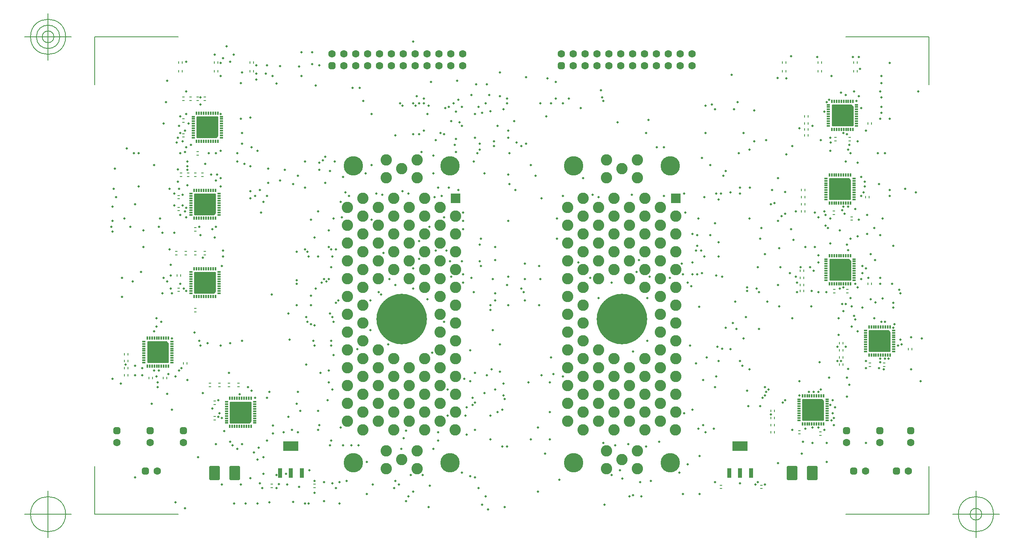
<source format=gbr>
G04 Generated by Ultiboard 14.2 *
%FSLAX24Y24*%
%MOIN*%

%ADD10C,0.0001*%
%ADD11C,0.0098*%
%ADD12C,0.0001*%
%ADD13C,0.0050*%
%ADD14R,0.0098X0.0197*%
%ADD15R,0.0197X0.0098*%
%ADD16R,0.0118X0.0315*%
%ADD17R,0.0315X0.0118*%
%ADD18R,0.0667X0.0967*%
%ADD19C,0.0233*%
%ADD20C,0.1630*%
%ADD21C,0.4252*%
%ADD22C,0.0953*%
%ADD23R,0.0833X0.0833*%
%ADD24C,0.0633*%
%ADD25R,0.0208X0.0208*%
%ADD26C,0.0392*%
%ADD27C,0.0197*%
%ADD28R,0.0374X0.0846*%
%ADD29R,0.1280X0.0846*%


G04 ColorRGB 9900CC for the following layer *
%LNSolder Mask Bottom*%
%LPD*%
G54D10*
G54D11*
G36*
X66793Y15218D02*
X66793Y15218D01*
X66654Y15357D01*
X65061Y15357D01*
X65061Y13625D01*
X66793Y13625D01*
X66793Y15218D01*
D02*
G37*
X66654Y15357D01*
X65061Y15357D01*
X65061Y13625D01*
X66793Y13625D01*
X66793Y15218D01*
G36*
X63468Y21224D02*
X63468Y21224D01*
X63328Y21363D01*
X61735Y21363D01*
X61735Y19631D01*
X63468Y19631D01*
X63468Y21224D01*
D02*
G37*
X63328Y21363D01*
X61735Y21363D01*
X61735Y19631D01*
X63468Y19631D01*
X63468Y21224D01*
G36*
X6066Y14280D02*
X6066Y14280D01*
X5927Y14419D01*
X4334Y14419D01*
X4334Y12687D01*
X6066Y12687D01*
X6066Y14280D01*
D02*
G37*
X5927Y14419D01*
X4334Y14419D01*
X4334Y12687D01*
X6066Y12687D01*
X6066Y14280D01*
G36*
X10080Y31631D02*
X10080Y31631D01*
X10219Y31770D01*
X10219Y33363D01*
X8487Y33363D01*
X8487Y31631D01*
X10080Y31631D01*
D02*
G37*
X10219Y31770D01*
X10219Y33363D01*
X8487Y33363D01*
X8487Y31631D01*
X10080Y31631D01*
G36*
X63672Y34224D02*
X63672Y34224D01*
X63533Y34363D01*
X61940Y34363D01*
X61940Y32631D01*
X63672Y32631D01*
X63672Y34224D01*
D02*
G37*
X63533Y34363D01*
X61940Y34363D01*
X61940Y32631D01*
X63672Y32631D01*
X63672Y34224D01*
G36*
X12880Y7607D02*
X12880Y7607D01*
X13019Y7746D01*
X13019Y9339D01*
X11287Y9339D01*
X11287Y7607D01*
X12880Y7607D01*
D02*
G37*
X13019Y7746D01*
X13019Y9339D01*
X11287Y9339D01*
X11287Y7607D01*
X12880Y7607D01*
G36*
X9880Y25134D02*
X9880Y25134D01*
X10019Y25273D01*
X10019Y26866D01*
X8287Y26866D01*
X8287Y25134D01*
X9880Y25134D01*
D02*
G37*
X10019Y25273D01*
X10019Y26866D01*
X8287Y26866D01*
X8287Y25134D01*
X9880Y25134D01*
G36*
X63462Y28018D02*
X63462Y28018D01*
X63322Y28157D01*
X61729Y28157D01*
X61729Y26425D01*
X63462Y26425D01*
X63462Y28018D01*
D02*
G37*
X63322Y28157D01*
X61729Y28157D01*
X61729Y26425D01*
X63462Y26425D01*
X63462Y28018D01*
G36*
X61193Y9424D02*
X61193Y9424D01*
X61054Y9563D01*
X59461Y9563D01*
X59461Y7831D01*
X61193Y7831D01*
X61193Y9424D01*
D02*
G37*
X61054Y9563D01*
X59461Y9563D01*
X59461Y7831D01*
X61193Y7831D01*
X61193Y9424D01*
G36*
X9880Y18534D02*
X9880Y18534D01*
X10019Y18673D01*
X10019Y20266D01*
X8287Y20266D01*
X8287Y18534D01*
X9880Y18534D01*
D02*
G37*
X10019Y18673D01*
X10019Y20266D01*
X8287Y20266D01*
X8287Y18534D01*
X9880Y18534D01*
G54D12*
G36*
X66793Y15218D01*
X66654Y15357D01*
X65061Y15357D01*
X65061Y13625D01*
X66793Y13625D01*
X66793Y15218D01*
D02*
G37*
X66654Y15357D01*
X65061Y15357D01*
X65061Y13625D01*
X66793Y13625D01*
X66793Y15218D01*
G36*
X63468Y21224D01*
X63328Y21363D01*
X61735Y21363D01*
X61735Y19631D01*
X63468Y19631D01*
X63468Y21224D01*
D02*
G37*
X63328Y21363D01*
X61735Y21363D01*
X61735Y19631D01*
X63468Y19631D01*
X63468Y21224D01*
G36*
X6066Y14280D01*
X5927Y14419D01*
X4334Y14419D01*
X4334Y12687D01*
X6066Y12687D01*
X6066Y14280D01*
D02*
G37*
X5927Y14419D01*
X4334Y14419D01*
X4334Y12687D01*
X6066Y12687D01*
X6066Y14280D01*
G36*
X10080Y31631D01*
X10219Y31770D01*
X10219Y33363D01*
X8487Y33363D01*
X8487Y31631D01*
X10080Y31631D01*
D02*
G37*
X10219Y31770D01*
X10219Y33363D01*
X8487Y33363D01*
X8487Y31631D01*
X10080Y31631D01*
G36*
X63672Y34224D01*
X63533Y34363D01*
X61940Y34363D01*
X61940Y32631D01*
X63672Y32631D01*
X63672Y34224D01*
D02*
G37*
X63533Y34363D01*
X61940Y34363D01*
X61940Y32631D01*
X63672Y32631D01*
X63672Y34224D01*
G36*
X12880Y7607D01*
X13019Y7746D01*
X13019Y9339D01*
X11287Y9339D01*
X11287Y7607D01*
X12880Y7607D01*
D02*
G37*
X13019Y7746D01*
X13019Y9339D01*
X11287Y9339D01*
X11287Y7607D01*
X12880Y7607D01*
G36*
X9880Y25134D01*
X10019Y25273D01*
X10019Y26866D01*
X8287Y26866D01*
X8287Y25134D01*
X9880Y25134D01*
D02*
G37*
X10019Y25273D01*
X10019Y26866D01*
X8287Y26866D01*
X8287Y25134D01*
X9880Y25134D01*
G36*
X63462Y28018D01*
X63322Y28157D01*
X61729Y28157D01*
X61729Y26425D01*
X63462Y26425D01*
X63462Y28018D01*
D02*
G37*
X63322Y28157D01*
X61729Y28157D01*
X61729Y26425D01*
X63462Y26425D01*
X63462Y28018D01*
G36*
X61193Y9424D01*
X61054Y9563D01*
X59461Y9563D01*
X59461Y7831D01*
X61193Y7831D01*
X61193Y9424D01*
D02*
G37*
X61054Y9563D01*
X59461Y9563D01*
X59461Y7831D01*
X61193Y7831D01*
X61193Y9424D01*
G36*
X9880Y18534D01*
X10019Y18673D01*
X10019Y20266D01*
X8287Y20266D01*
X8287Y18534D01*
X9880Y18534D01*
D02*
G37*
X10019Y18673D01*
X10019Y20266D01*
X8287Y20266D01*
X8287Y18534D01*
X9880Y18534D01*
G54D13*
X-100Y-100D02*
X-100Y3920D01*
X-100Y-100D02*
X6920Y-100D01*
X70100Y-100D02*
X63080Y-100D01*
X70100Y-100D02*
X70100Y3920D01*
X70100Y40100D02*
X70100Y36080D01*
X70100Y40100D02*
X63080Y40100D01*
X-100Y40100D02*
X6920Y40100D01*
X-100Y40100D02*
X-100Y36080D01*
X-2069Y-100D02*
X-6006Y-100D01*
X-4037Y-2069D02*
X-4037Y1869D01*
X-5513Y-100D02*
G75*
D01*
G02X-5513Y-100I1476J0*
G01*
X72069Y-100D02*
X76006Y-100D01*
X74037Y-2069D02*
X74037Y1869D01*
X72561Y-100D02*
G75*
D01*
G02X72561Y-100I1476J0*
G01*
X73545Y-100D02*
G75*
D01*
G02X73545Y-100I492J0*
G01*
X-2069Y40100D02*
X-6006Y40100D01*
X-4037Y38131D02*
X-4037Y42069D01*
X-5513Y40100D02*
G75*
D01*
G02X-5513Y40100I1476J0*
G01*
X-5021Y40100D02*
G75*
D01*
G02X-5021Y40100I984J0*
G01*
X-4529Y40100D02*
G75*
D01*
G02X-4529Y40100I492J0*
G01*
G54D14*
X57749Y37198D03*
X58045Y37198D03*
X61045Y37198D03*
X60749Y37198D03*
X64045Y37198D03*
X63749Y37198D03*
X60749Y37948D03*
X61045Y37948D03*
X63749Y37948D03*
X64045Y37948D03*
X57749Y37948D03*
X58045Y37948D03*
X62561Y12497D03*
X62857Y12497D03*
X62857Y13097D03*
X62561Y13097D03*
X62857Y13697D03*
X62561Y13697D03*
X62857Y14297D03*
X62561Y14297D03*
X68355Y13794D03*
X68651Y13794D03*
X6949Y37198D03*
X7245Y37198D03*
X10245Y37198D03*
X9949Y37198D03*
X12949Y37198D03*
X13245Y37198D03*
X6949Y37948D03*
X7245Y37948D03*
X9949Y37948D03*
X10245Y37948D03*
X12949Y37948D03*
X13245Y37948D03*
X59253Y19800D03*
X59548Y19800D03*
X59253Y20400D03*
X59548Y20400D03*
X59253Y19200D03*
X59548Y19200D03*
X65251Y19297D03*
X64955Y19297D03*
X59253Y18697D03*
X59548Y18697D03*
X2379Y13353D03*
X2675Y13353D03*
X2379Y12800D03*
X2675Y12800D03*
X2379Y12200D03*
X2675Y12200D03*
X2379Y11600D03*
X2675Y11600D03*
X4748Y11353D03*
X4452Y11353D03*
X5948Y11353D03*
X5652Y11353D03*
X7651Y12600D03*
X7355Y12600D03*
X65251Y32800D03*
X64955Y32800D03*
X59631Y33400D03*
X59927Y33400D03*
X59631Y32297D03*
X59927Y32297D03*
X59631Y32800D03*
X59927Y32800D03*
X59631Y31800D03*
X59927Y31800D03*
X59355Y25400D03*
X59651Y25400D03*
X59355Y26000D03*
X59651Y26000D03*
X64755Y26600D03*
X65051Y26600D03*
X59355Y26600D03*
X59651Y26600D03*
X59355Y27200D03*
X59651Y27200D03*
X56779Y8600D03*
X57075Y8600D03*
X56779Y8000D03*
X57075Y8000D03*
X56779Y7400D03*
X57075Y7400D03*
X56779Y6800D03*
X57075Y6800D03*
X7101Y20000D03*
X6805Y20000D03*
G54D15*
X66309Y12349D03*
X66309Y12645D03*
X65109Y12645D03*
X65109Y12349D03*
X63202Y18845D03*
X63202Y18549D03*
X62103Y18549D03*
X62103Y18845D03*
X9153Y34749D03*
X9153Y35045D03*
X7953Y34749D03*
X7953Y35045D03*
X8553Y34749D03*
X8553Y35045D03*
X8553Y30445D03*
X8553Y30149D03*
X7355Y31652D03*
X7355Y31948D03*
X7355Y33198D03*
X7355Y32902D03*
X7353Y34749D03*
X7353Y35045D03*
X63406Y31645D03*
X63406Y31349D03*
X62206Y31349D03*
X62206Y31645D03*
X18398Y2445D03*
X18398Y2149D03*
X12000Y10646D03*
X12000Y10942D03*
X9977Y7846D03*
X9977Y8142D03*
X9977Y9445D03*
X9977Y9149D03*
X10400Y10646D03*
X10400Y10942D03*
X11200Y10646D03*
X11200Y10942D03*
X9600Y10646D03*
X9600Y10942D03*
X6953Y25452D03*
X6953Y25748D03*
X6953Y26452D03*
X6953Y26748D03*
X8952Y28645D03*
X8952Y28349D03*
X8352Y28645D03*
X8352Y28349D03*
X7752Y28349D03*
X7752Y28645D03*
X8352Y23749D03*
X8352Y24045D03*
X7152Y28645D03*
X7152Y28349D03*
X62097Y25149D03*
X62097Y25445D03*
X14798Y2445D03*
X14798Y2149D03*
X60951Y6845D03*
X60951Y6549D03*
X59200Y6948D03*
X59200Y6652D03*
X52600Y2348D03*
X52600Y2052D03*
X56000Y2348D03*
X56000Y2052D03*
X63600Y24948D03*
X63600Y24652D03*
X8355Y17245D03*
X8355Y16949D03*
X9155Y22045D03*
X9155Y21749D03*
X6953Y18652D03*
X6953Y18948D03*
X7555Y22045D03*
X7555Y21749D03*
X8355Y22045D03*
X8355Y21749D03*
X6755Y22045D03*
X6755Y21749D03*
G54D16*
X65041Y13310D03*
X65435Y13310D03*
X65238Y13310D03*
X65631Y13310D03*
X65828Y13310D03*
X66222Y13310D03*
X66025Y13310D03*
X66419Y13310D03*
X66616Y13310D03*
X66813Y13310D03*
X65041Y15672D03*
X65435Y15672D03*
X65238Y15672D03*
X65631Y15672D03*
X65828Y15672D03*
X66222Y15672D03*
X66025Y15672D03*
X66419Y15672D03*
X66616Y15672D03*
X66813Y15672D03*
X62109Y19316D03*
X61716Y19316D03*
X61913Y19316D03*
X62897Y19316D03*
X62306Y19316D03*
X62503Y19316D03*
X62700Y19316D03*
X63094Y19316D03*
X63291Y19316D03*
X63487Y19316D03*
X62109Y21678D03*
X61716Y21678D03*
X61913Y21678D03*
X62897Y21678D03*
X62306Y21678D03*
X62503Y21678D03*
X62700Y21678D03*
X63094Y21678D03*
X63291Y21678D03*
X63487Y21678D03*
X6086Y12372D03*
X6086Y14734D03*
X5298Y12372D03*
X5692Y12372D03*
X5889Y12372D03*
X5495Y12372D03*
X5298Y14734D03*
X5692Y14734D03*
X5889Y14734D03*
X5495Y14734D03*
X4511Y12372D03*
X4905Y12372D03*
X5102Y12372D03*
X4708Y12372D03*
X4511Y14734D03*
X4905Y14734D03*
X5102Y14734D03*
X4708Y14734D03*
X4314Y12372D03*
X4314Y14734D03*
X8467Y31316D03*
X8664Y31316D03*
X9058Y31316D03*
X9255Y31316D03*
X8861Y31316D03*
X9452Y31316D03*
X9845Y31316D03*
X10042Y31316D03*
X9648Y31316D03*
X10239Y31316D03*
X8467Y33678D03*
X8664Y33678D03*
X9058Y33678D03*
X9255Y33678D03*
X8861Y33678D03*
X9452Y33678D03*
X9845Y33678D03*
X10042Y33678D03*
X9648Y33678D03*
X10239Y33678D03*
X61920Y32316D03*
X62117Y32316D03*
X62314Y32316D03*
X62511Y32316D03*
X62708Y32316D03*
X62904Y32316D03*
X63101Y32316D03*
X63298Y32316D03*
X63495Y32316D03*
X63692Y32316D03*
X61920Y34678D03*
X62117Y34678D03*
X62314Y34678D03*
X62511Y34678D03*
X62708Y34678D03*
X62904Y34678D03*
X63101Y34678D03*
X63298Y34678D03*
X63495Y34678D03*
X63692Y34678D03*
X11858Y7292D03*
X11661Y7292D03*
X11464Y7292D03*
X11267Y7292D03*
X12645Y7292D03*
X12448Y7292D03*
X12055Y7292D03*
X12252Y7292D03*
X13039Y7292D03*
X12842Y7292D03*
X11858Y9654D03*
X11661Y9654D03*
X11267Y9654D03*
X11464Y9654D03*
X12645Y9654D03*
X12448Y9654D03*
X12055Y9654D03*
X12252Y9654D03*
X12842Y9654D03*
X13039Y9654D03*
X8661Y24819D03*
X8267Y24819D03*
X8464Y24819D03*
X9448Y24819D03*
X8858Y24819D03*
X9055Y24819D03*
X9252Y24819D03*
X9645Y24819D03*
X9842Y24819D03*
X10039Y24819D03*
X8661Y27181D03*
X8267Y27181D03*
X8464Y27181D03*
X9448Y27181D03*
X8858Y27181D03*
X9055Y27181D03*
X9252Y27181D03*
X9645Y27181D03*
X9842Y27181D03*
X10039Y27181D03*
X61710Y26110D03*
X61907Y26110D03*
X62103Y26110D03*
X62300Y26110D03*
X62497Y26110D03*
X62694Y26110D03*
X62891Y26110D03*
X63088Y26110D03*
X63285Y26110D03*
X63481Y26110D03*
X61710Y28472D03*
X61907Y28472D03*
X62103Y28472D03*
X62300Y28472D03*
X62497Y28472D03*
X62694Y28472D03*
X62891Y28472D03*
X63088Y28472D03*
X63285Y28472D03*
X63481Y28472D03*
X59835Y7516D03*
X59441Y7516D03*
X59638Y7516D03*
X60622Y7516D03*
X60031Y7516D03*
X60228Y7516D03*
X60425Y7516D03*
X60819Y7516D03*
X61016Y7516D03*
X61213Y7516D03*
X59835Y9878D03*
X59441Y9878D03*
X59638Y9878D03*
X60622Y9878D03*
X60031Y9878D03*
X60228Y9878D03*
X60425Y9878D03*
X60819Y9878D03*
X61016Y9878D03*
X61213Y9878D03*
X8661Y18219D03*
X8464Y18219D03*
X8267Y18219D03*
X8858Y18219D03*
X9448Y18219D03*
X9055Y18219D03*
X9252Y18219D03*
X9645Y18219D03*
X10039Y18219D03*
X9842Y18219D03*
X8661Y20581D03*
X8267Y20581D03*
X8464Y20581D03*
X8858Y20581D03*
X9448Y20581D03*
X9055Y20581D03*
X9252Y20581D03*
X9645Y20581D03*
X9842Y20581D03*
X10039Y20581D03*
G54D17*
X64746Y13605D03*
X64746Y13802D03*
X64746Y13999D03*
X64746Y14196D03*
X67108Y13605D03*
X67108Y13802D03*
X67108Y13999D03*
X67108Y14196D03*
X64746Y14393D03*
X64746Y14589D03*
X64746Y14786D03*
X64746Y14983D03*
X67108Y14393D03*
X67108Y14589D03*
X67108Y14786D03*
X67108Y14983D03*
X64746Y15180D03*
X64746Y15377D03*
X67108Y15180D03*
X67108Y15377D03*
X61420Y19611D03*
X63783Y19611D03*
X61420Y19808D03*
X61420Y20005D03*
X61420Y20202D03*
X61420Y20399D03*
X63783Y19808D03*
X63783Y20005D03*
X63783Y20202D03*
X63783Y20399D03*
X61420Y20595D03*
X61420Y20792D03*
X61420Y20989D03*
X61420Y21186D03*
X63783Y20595D03*
X63783Y20792D03*
X63783Y20989D03*
X63783Y21186D03*
X61420Y21383D03*
X63783Y21383D03*
X6381Y12864D03*
X6381Y12667D03*
X6381Y13652D03*
X6381Y13061D03*
X6381Y13258D03*
X6381Y13455D03*
X6381Y14439D03*
X6381Y13848D03*
X6381Y14045D03*
X6381Y14242D03*
X4019Y12864D03*
X4019Y12667D03*
X4019Y13652D03*
X4019Y13061D03*
X4019Y13258D03*
X4019Y13455D03*
X4019Y14439D03*
X4019Y13848D03*
X4019Y14045D03*
X4019Y14242D03*
X8172Y32202D03*
X8172Y31808D03*
X8172Y31611D03*
X8172Y32005D03*
X10534Y32202D03*
X10534Y31808D03*
X10534Y31611D03*
X10534Y32005D03*
X8172Y32989D03*
X8172Y32595D03*
X8172Y32399D03*
X8172Y32792D03*
X10534Y32989D03*
X10534Y32595D03*
X10534Y32399D03*
X10534Y32792D03*
X8172Y33383D03*
X8172Y33186D03*
X10534Y33383D03*
X10534Y33186D03*
X61625Y33005D03*
X61625Y32611D03*
X61625Y32808D03*
X63987Y33005D03*
X63987Y32611D03*
X63987Y32808D03*
X61625Y33792D03*
X61625Y33202D03*
X61625Y33399D03*
X61625Y33595D03*
X63987Y33792D03*
X63987Y33202D03*
X63987Y33399D03*
X63987Y33595D03*
X61625Y33989D03*
X61625Y34186D03*
X61625Y34383D03*
X63987Y33989D03*
X63987Y34186D03*
X63987Y34383D03*
X10972Y7784D03*
X10972Y7587D03*
X13334Y7784D03*
X13334Y7587D03*
X10972Y8178D03*
X10972Y7981D03*
X10972Y8572D03*
X10972Y8375D03*
X13334Y8178D03*
X13334Y7981D03*
X13334Y8572D03*
X13334Y8375D03*
X10972Y8965D03*
X10972Y8769D03*
X10972Y9359D03*
X10972Y9162D03*
X13334Y8965D03*
X13334Y8769D03*
X13334Y9359D03*
X13334Y9162D03*
X7972Y25311D03*
X7972Y25114D03*
X10334Y25311D03*
X10334Y25114D03*
X7972Y25508D03*
X7972Y25705D03*
X7972Y26098D03*
X7972Y25902D03*
X10334Y25508D03*
X10334Y25705D03*
X10334Y26098D03*
X10334Y25902D03*
X7972Y26295D03*
X7972Y26492D03*
X7972Y26886D03*
X7972Y26689D03*
X10334Y26295D03*
X10334Y26492D03*
X10334Y26886D03*
X10334Y26689D03*
X61414Y26799D03*
X61414Y26405D03*
X61414Y26602D03*
X61414Y26996D03*
X63777Y26799D03*
X63777Y26405D03*
X63777Y26602D03*
X63777Y26996D03*
X61414Y27586D03*
X61414Y27193D03*
X61414Y27389D03*
X61414Y27783D03*
X63777Y27586D03*
X63777Y27193D03*
X63777Y27389D03*
X63777Y27783D03*
X61414Y27980D03*
X61414Y28177D03*
X63777Y27980D03*
X63777Y28177D03*
X59146Y7811D03*
X61508Y7811D03*
X59146Y8402D03*
X59146Y8205D03*
X59146Y8008D03*
X59146Y8599D03*
X61508Y8402D03*
X61508Y8205D03*
X61508Y8008D03*
X61508Y8599D03*
X59146Y9189D03*
X59146Y8992D03*
X59146Y8795D03*
X59146Y9386D03*
X61508Y9189D03*
X61508Y8992D03*
X61508Y8795D03*
X61508Y9386D03*
X59146Y9583D03*
X61508Y9583D03*
X7972Y18514D03*
X7972Y18711D03*
X7972Y18908D03*
X10334Y18514D03*
X10334Y18711D03*
X10334Y18908D03*
X7972Y19105D03*
X7972Y19302D03*
X7972Y19498D03*
X7972Y19695D03*
X10334Y19105D03*
X10334Y19302D03*
X10334Y19498D03*
X10334Y19695D03*
X7972Y19892D03*
X7972Y20089D03*
X7972Y20286D03*
X10334Y19892D03*
X10334Y20089D03*
X10334Y20286D03*
G54D18*
X9950Y3400D03*
X11650Y3400D03*
X58550Y3400D03*
X60250Y3400D03*
G54D19*
X9617Y2917D02*
X10283Y2917D01*
X10283Y3883D01*
X9617Y3883D01*
X9617Y2917D01*D02*
X11317Y2917D02*
X11983Y2917D01*
X11983Y3883D01*
X11317Y3883D01*
X11317Y2917D01*D02*
X58217Y2917D02*
X58883Y2917D01*
X58883Y3883D01*
X58217Y3883D01*
X58217Y2917D01*D02*
X59917Y2917D02*
X60583Y2917D01*
X60583Y3883D01*
X59917Y3883D01*
X59917Y2917D01*D02*
G54D20*
X40190Y29250D03*
X48310Y29250D03*
X40190Y4250D03*
X48310Y4250D03*
X21650Y29250D03*
X29770Y29250D03*
X21650Y4250D03*
X29770Y4250D03*
G54D21*
X44250Y16325D03*
X25710Y16325D03*
G54D22*
X48800Y14500D03*
X47500Y13750D03*
X47500Y7750D03*
X48750Y7000D03*
X47500Y9250D03*
X46200Y13000D03*
X48800Y13000D03*
X48800Y19000D03*
X48800Y25000D03*
X44900Y7750D03*
X45550Y5250D03*
X45550Y3750D03*
X44900Y10750D03*
X44900Y9250D03*
X44900Y12250D03*
X44250Y29000D03*
X45550Y29750D03*
X45550Y28250D03*
X43600Y13000D03*
X43600Y11500D03*
X44250Y4500D03*
X42950Y29750D03*
X42950Y28250D03*
X39700Y7750D03*
X42950Y3750D03*
X39700Y13750D03*
X39700Y10750D03*
X39700Y9250D03*
X39700Y12250D03*
X39700Y16750D03*
X39700Y15250D03*
X39700Y18250D03*
X39700Y19750D03*
X44900Y19750D03*
X47500Y19750D03*
X41000Y20500D03*
X43600Y20500D03*
X39700Y21250D03*
X44900Y21250D03*
X47500Y21250D03*
X41000Y22000D03*
X43600Y22000D03*
X46200Y22000D03*
X39700Y22750D03*
X42300Y22750D03*
X44900Y22750D03*
X41000Y23500D03*
X43600Y23500D03*
X39700Y24250D03*
X42300Y24250D03*
X44900Y24250D03*
X41000Y25000D03*
X43600Y25000D03*
X39700Y25750D03*
X42300Y25750D03*
X44900Y25750D03*
X47500Y25750D03*
X43600Y26500D03*
X41000Y26500D03*
X41000Y14500D03*
X42300Y13750D03*
X41000Y13000D03*
X41000Y11500D03*
X42300Y12250D03*
X41000Y17500D03*
X41000Y16000D03*
X48800Y20500D03*
X47500Y15250D03*
X47500Y16750D03*
X48800Y17500D03*
X48800Y16000D03*
X48800Y23500D03*
X48800Y22000D03*
X41000Y19000D03*
X42300Y19750D03*
X46200Y19000D03*
X47500Y18250D03*
X46200Y20500D03*
X42300Y21250D03*
X47500Y22750D03*
X46200Y23500D03*
X47500Y24250D03*
X46200Y25000D03*
X46200Y26500D03*
X43600Y10000D03*
X43600Y8500D03*
X43600Y7000D03*
X42300Y7750D03*
X41000Y8500D03*
X41000Y7000D03*
X41000Y10000D03*
X42300Y10750D03*
X42300Y9250D03*
X48800Y8500D03*
X46200Y8500D03*
X46200Y7000D03*
X47500Y10750D03*
X47500Y12250D03*
X46200Y11500D03*
X46200Y10000D03*
X48800Y11500D03*
X48800Y10000D03*
X42950Y5250D03*
X30260Y13000D03*
X30260Y14500D03*
X28960Y13750D03*
X28960Y7750D03*
X30210Y7000D03*
X28960Y9250D03*
X27660Y13000D03*
X30260Y19000D03*
X30260Y25000D03*
X26360Y7750D03*
X27010Y5250D03*
X27010Y3750D03*
X26360Y10750D03*
X26360Y9250D03*
X26360Y12250D03*
X25710Y29000D03*
X27010Y29750D03*
X27010Y28250D03*
X25060Y13000D03*
X25060Y11500D03*
X25710Y4500D03*
X24410Y29750D03*
X24410Y28250D03*
X21160Y7750D03*
X24410Y3750D03*
X21160Y13750D03*
X21160Y10750D03*
X21160Y9250D03*
X21160Y12250D03*
X21160Y16750D03*
X21160Y15250D03*
X21160Y18250D03*
X21160Y19750D03*
X26360Y19750D03*
X28960Y19750D03*
X22460Y20500D03*
X25060Y20500D03*
X21160Y21250D03*
X26360Y21250D03*
X28960Y21250D03*
X22460Y22000D03*
X25060Y22000D03*
X27660Y22000D03*
X21160Y22750D03*
X23760Y22750D03*
X26360Y22750D03*
X22460Y23500D03*
X25060Y23500D03*
X21160Y24250D03*
X23760Y24250D03*
X26360Y24250D03*
X22460Y25000D03*
X25060Y25000D03*
X21160Y25750D03*
X23760Y25750D03*
X26360Y25750D03*
X28960Y25750D03*
X25060Y26500D03*
X22460Y26500D03*
X22460Y14500D03*
X23760Y13750D03*
X22460Y13000D03*
X22460Y11500D03*
X23760Y12250D03*
X22460Y17500D03*
X22460Y16000D03*
X30260Y20500D03*
X28960Y15250D03*
X28960Y16750D03*
X30260Y17500D03*
X30260Y16000D03*
X30260Y23500D03*
X30260Y22000D03*
X22460Y19000D03*
X23760Y19750D03*
X27660Y19000D03*
X28960Y18250D03*
X27660Y20500D03*
X23760Y21250D03*
X28960Y22750D03*
X27660Y23500D03*
X28960Y24250D03*
X27660Y25000D03*
X27660Y26500D03*
X25060Y10000D03*
X25060Y8500D03*
X25060Y7000D03*
X23760Y7750D03*
X22460Y8500D03*
X22460Y7000D03*
X22460Y10000D03*
X23760Y10750D03*
X23760Y9250D03*
X30260Y8500D03*
X27660Y8500D03*
X27660Y7000D03*
X28960Y10750D03*
X28960Y12250D03*
X27660Y11500D03*
X27660Y10000D03*
X30260Y11500D03*
X30260Y10000D03*
X24410Y5250D03*
G54D23*
X48800Y26500D03*
X30260Y26500D03*
G54D24*
X45140Y37660D03*
X45140Y38660D03*
X39140Y38660D03*
X42140Y37660D03*
X42140Y38660D03*
X41140Y37660D03*
X40140Y37660D03*
X40140Y38660D03*
X41140Y38660D03*
X43140Y37660D03*
X44140Y37660D03*
X43140Y38660D03*
X44140Y38660D03*
X48140Y37660D03*
X48140Y38660D03*
X46140Y37660D03*
X47140Y37660D03*
X47140Y38660D03*
X46140Y38660D03*
X49140Y37660D03*
X50140Y37660D03*
X50140Y38660D03*
X49140Y38660D03*
X25860Y37660D03*
X25860Y38660D03*
X19860Y38660D03*
X22860Y37660D03*
X22860Y38660D03*
X21860Y37660D03*
X20860Y37660D03*
X20860Y38660D03*
X21860Y38660D03*
X23860Y37660D03*
X24860Y37660D03*
X23860Y38660D03*
X24860Y38660D03*
X28860Y37660D03*
X28860Y38660D03*
X26860Y37660D03*
X27860Y37660D03*
X27860Y38660D03*
X26860Y38660D03*
X29860Y37660D03*
X30860Y37660D03*
X30860Y38660D03*
X29860Y38660D03*
X5140Y3540D03*
X4540Y5940D03*
X7340Y5940D03*
X1740Y5940D03*
X64740Y3540D03*
X68340Y3540D03*
X63140Y5940D03*
X65940Y5940D03*
X68540Y5940D03*
G54D25*
X39140Y37660D03*
X19860Y37660D03*
X4140Y3540D03*
X4540Y6940D03*
X7340Y6940D03*
X1740Y6940D03*
X63740Y3540D03*
X67340Y3540D03*
X63140Y6940D03*
X65940Y6940D03*
X68540Y6940D03*
G54D26*
X39036Y37556D02*
X39244Y37556D01*
X39244Y37764D01*
X39036Y37764D01*
X39036Y37556D01*D02*
X19756Y37556D02*
X19964Y37556D01*
X19964Y37764D01*
X19756Y37764D01*
X19756Y37556D01*D02*
X4036Y3436D02*
X4244Y3436D01*
X4244Y3644D01*
X4036Y3644D01*
X4036Y3436D01*D02*
X4436Y6836D02*
X4644Y6836D01*
X4644Y7044D01*
X4436Y7044D01*
X4436Y6836D01*D02*
X7236Y6836D02*
X7444Y6836D01*
X7444Y7044D01*
X7236Y7044D01*
X7236Y6836D01*D02*
X1636Y6836D02*
X1844Y6836D01*
X1844Y7044D01*
X1636Y7044D01*
X1636Y6836D01*D02*
X63636Y3436D02*
X63844Y3436D01*
X63844Y3644D01*
X63636Y3644D01*
X63636Y3436D01*D02*
X67236Y3436D02*
X67444Y3436D01*
X67444Y3644D01*
X67236Y3644D01*
X67236Y3436D01*D02*
X63036Y6836D02*
X63244Y6836D01*
X63244Y7044D01*
X63036Y7044D01*
X63036Y6836D01*D02*
X65836Y6836D02*
X66044Y6836D01*
X66044Y7044D01*
X65836Y7044D01*
X65836Y6836D01*D02*
X68436Y6836D02*
X68644Y6836D01*
X68644Y7044D01*
X68436Y7044D01*
X68436Y6836D01*D02*
G54D27*
X30300Y33800D03*
X33800Y32600D03*
X33182Y33818D03*
X33800Y8500D03*
X11300Y14300D03*
X12300Y14500D03*
X8800Y14100D03*
X8700Y14500D03*
X19800Y14500D03*
X18400Y15800D03*
X17800Y16100D03*
X19900Y16500D03*
X24200Y21900D03*
X5100Y15700D03*
X5500Y16100D03*
X22100Y5700D03*
X5100Y16400D03*
X21500Y5700D03*
X17900Y21600D03*
X18700Y21600D03*
X19900Y21600D03*
X10100Y28000D03*
X9700Y28500D03*
X62000Y8400D03*
X64200Y35100D03*
X66100Y35000D03*
X66000Y35500D03*
X43700Y5700D03*
X59200Y11100D03*
X66100Y34200D03*
X62700Y35400D03*
X42600Y35000D03*
X39800Y34900D03*
X38700Y34900D03*
X38500Y11700D03*
X39300Y11500D03*
X52600Y26900D03*
X64500Y20800D03*
X49300Y21000D03*
X59000Y19400D03*
X49800Y19400D03*
X12300Y32000D03*
X27400Y30400D03*
X11300Y6000D03*
X11500Y5700D03*
X11900Y5400D03*
X17600Y800D03*
X12200Y2400D03*
X16580Y920D03*
X12300Y5800D03*
X14100Y3300D03*
X13000Y2950D03*
X14100Y4700D03*
X13600Y4500D03*
X20500Y2600D03*
X19900Y2500D03*
X20500Y800D03*
X16488Y7000D03*
X13100Y10300D03*
X10600Y2400D03*
X12800Y10600D03*
X8600Y4700D03*
X19200Y2600D03*
X19200Y1000D03*
X12600Y800D03*
X28600Y31400D03*
X30800Y21200D03*
X32400Y20800D03*
X31600Y19800D03*
X32300Y21200D03*
X32300Y22600D03*
X7500Y400D03*
X20200Y2100D03*
X25100Y2100D03*
X32175Y2100D03*
X19800Y20700D03*
X10600Y20800D03*
X10100Y24100D03*
X11606Y800D03*
X17100Y2200D03*
X17900Y800D03*
X14000Y2100D03*
X31600Y35200D03*
X59000Y18600D03*
X9800Y23900D03*
X19700Y16800D03*
X16200Y16800D03*
X26300Y26900D03*
X21000Y27000D03*
X20800Y28300D03*
X17000Y28400D03*
X12500Y29400D03*
X18800Y28900D03*
X52100Y10600D03*
X61700Y11400D03*
X63200Y11400D03*
X66800Y26700D03*
X64400Y26700D03*
X52400Y22800D03*
X52400Y26400D03*
X50200Y20100D03*
X49400Y20100D03*
X63100Y35200D03*
X55800Y18600D03*
X26100Y1000D03*
X1300Y24099D03*
X2900Y24100D03*
X5300Y24100D03*
X45900Y1400D03*
X8700Y24100D03*
X46300Y5600D03*
X63800Y35500D03*
X64200Y38400D03*
X69400Y11100D03*
X69500Y14700D03*
X68600Y12100D03*
X68600Y14800D03*
X69200Y35500D03*
X45800Y2600D03*
X44100Y3600D03*
X63100Y29600D03*
X54100Y30300D03*
X50600Y23400D03*
X50600Y22500D03*
X58900Y19900D03*
X55000Y24800D03*
X50700Y24800D03*
X64600Y27000D03*
X66800Y27200D03*
X69000Y27000D03*
X49400Y1600D03*
X50800Y1600D03*
X16196Y8100D03*
X6700Y900D03*
X34700Y17500D03*
X37400Y19700D03*
X55000Y30600D03*
X29800Y21200D03*
X38800Y24800D03*
X38800Y23100D03*
X17700Y16500D03*
X57500Y22300D03*
X48300Y19800D03*
X45500Y20300D03*
X60100Y20700D03*
X57482Y17400D03*
X50739Y17361D03*
X32100Y30300D03*
X32400Y23100D03*
X33300Y12100D03*
X64400Y28300D03*
X28400Y30100D03*
X37300Y17500D03*
X37300Y20800D03*
X43400Y19400D03*
X24700Y19700D03*
X18300Y14500D03*
X52200Y11500D03*
X36100Y19700D03*
X36100Y21000D03*
X10199Y28499D03*
X6900Y27900D03*
X23200Y24700D03*
X23200Y29300D03*
X34700Y19900D03*
X64200Y24700D03*
X9500Y30300D03*
X31800Y29600D03*
X30800Y32600D03*
X66800Y37900D03*
X64400Y19700D03*
X66000Y19800D03*
X33600Y18500D03*
X33600Y21300D03*
X29700Y27400D03*
X29300Y31900D03*
X25200Y31800D03*
X60500Y22400D03*
X27500Y3200D03*
X28800Y6100D03*
X13000Y26500D03*
X51191Y21600D03*
X52700Y19900D03*
X50600Y20100D03*
X14600Y900D03*
X60800Y21100D03*
X60400Y20400D03*
X57600Y20700D03*
X57400Y19200D03*
X45700Y21300D03*
X50499Y22099D03*
X27900Y18000D03*
X55013Y27400D03*
X29500Y22100D03*
X41600Y19800D03*
X3300Y12400D03*
X3300Y11612D03*
X50100Y19100D03*
X64100Y23300D03*
X4000Y22400D03*
X6200Y22200D03*
X13600Y30500D03*
X3600Y27500D03*
X6700Y11500D03*
X13400Y26700D03*
X34000Y37100D03*
X51000Y20200D03*
X59300Y20700D03*
X46400Y14500D03*
X14268Y37000D03*
X42300Y18100D03*
X50200Y21100D03*
X7700Y29200D03*
X6200Y27300D03*
X18800Y37700D03*
X7600Y25700D03*
X10500Y36800D03*
X21600Y35800D03*
X6300Y18900D03*
X6100Y11700D03*
X31900Y3000D03*
X49100Y3400D03*
X30800Y3400D03*
X6400Y14700D03*
X37900Y33400D03*
X64000Y34700D03*
X23200Y33600D03*
X27900Y33600D03*
X9200Y29400D03*
X50200Y8700D03*
X42800Y700D03*
X20600Y7200D03*
X25200Y2700D03*
X39000Y2800D03*
X18500Y18900D03*
X44300Y2900D03*
X66400Y16100D03*
X58600Y30900D03*
X61900Y36800D03*
X18400Y1700D03*
X59200Y32400D03*
X29400Y34100D03*
X19700Y28800D03*
X11600Y38600D03*
X15500Y28000D03*
X17600Y29600D03*
X23300Y2400D03*
X30500Y34800D03*
X40800Y34100D03*
X31200Y6600D03*
X8300Y15200D03*
X46300Y32000D03*
X19300Y27800D03*
X64400Y34100D03*
X46500Y33100D03*
X56800Y26000D03*
X7700Y28900D03*
X17600Y27400D03*
X45200Y1500D03*
X3300Y3000D03*
X51700Y23400D03*
X56400Y31400D03*
X37200Y1800D03*
X2400Y24800D03*
X7700Y29600D03*
X11300Y38000D03*
X53400Y27000D03*
X50200Y23500D03*
X18800Y29500D03*
X36200Y36700D03*
X36200Y31100D03*
X33000Y300D03*
X15900Y28900D03*
X35400Y31200D03*
X35200Y33000D03*
X28400Y5400D03*
X42500Y35600D03*
X27600Y34900D03*
X4900Y29300D03*
X53800Y17800D03*
X53700Y34000D03*
X27000Y35100D03*
X30800Y34200D03*
X32200Y34200D03*
X43900Y32900D03*
X2500Y12500D03*
X19600Y23800D03*
X57100Y26100D03*
X7000Y27300D03*
X22500Y34700D03*
X11000Y39300D03*
X38200Y6200D03*
X47400Y6000D03*
X18700Y7000D03*
X25500Y2400D03*
X43400Y3200D03*
X16600Y27700D03*
X13400Y9700D03*
X32800Y1400D03*
X13800Y27200D03*
X26700Y39700D03*
X47200Y30800D03*
X65500Y24000D03*
X63300Y30600D03*
X51300Y32000D03*
X34700Y31600D03*
X32300Y31100D03*
X55900Y9000D03*
X57400Y4200D03*
X49500Y8400D03*
X49800Y4100D03*
X23100Y15400D03*
X28050Y24100D03*
X6600Y23600D03*
X51000Y29900D03*
X53000Y28800D03*
X53000Y15600D03*
X51100Y11200D03*
X30600Y32900D03*
X5700Y32800D03*
X12200Y36200D03*
X7000Y32600D03*
X5400Y24800D03*
X7300Y25900D03*
X6000Y19500D03*
X7100Y19300D03*
X54400Y12400D03*
X44800Y5800D03*
X44900Y1400D03*
X64500Y20200D03*
X5900Y34600D03*
X31900Y11800D03*
X30300Y11500D03*
X52800Y28400D03*
X8800Y34400D03*
X54200Y12800D03*
X54200Y26900D03*
X47800Y30800D03*
X12200Y33200D03*
X37500Y11600D03*
X36600Y29300D03*
X32300Y30600D03*
X30200Y31000D03*
X32500Y700D03*
X21100Y2700D03*
X14400Y9700D03*
X11200Y11800D03*
X5200Y11000D03*
X1500Y27300D03*
X1600Y29000D03*
X37800Y5000D03*
X34800Y30300D03*
X30300Y30400D03*
X41000Y28200D03*
X33600Y10400D03*
X36000Y18600D03*
X33200Y17500D03*
X28000Y500D03*
X19800Y6100D03*
X11900Y30300D03*
X10500Y28200D03*
X16300Y14600D03*
X18700Y8600D03*
X28500Y26600D03*
X54500Y32000D03*
X54200Y27400D03*
X64700Y27500D03*
X53600Y16000D03*
X34400Y9600D03*
X34300Y9900D03*
X18100Y24700D03*
X19900Y10400D03*
X22800Y4300D03*
X31800Y18600D03*
X65550Y21300D03*
X13000Y29200D03*
X34400Y500D03*
X34200Y5600D03*
X34600Y5600D03*
X33600Y17900D03*
X1400Y11300D03*
X1400Y24600D03*
X1400Y23700D03*
X1400Y25800D03*
X1700Y26600D03*
X10500Y27500D03*
X10100Y30300D03*
X28100Y2300D03*
X26300Y1400D03*
X22800Y1600D03*
X34000Y11900D03*
X25900Y6300D03*
X38300Y13100D03*
X38300Y34500D03*
X39300Y34500D03*
X14900Y6700D03*
X14882Y7360D03*
X42700Y34700D03*
X4900Y15300D03*
X31700Y9700D03*
X32700Y10100D03*
X34200Y8700D03*
X10700Y22100D03*
X13300Y5100D03*
X16100Y2400D03*
X32900Y11600D03*
X17700Y12500D03*
X6900Y28950D03*
X9000Y21500D03*
X14100Y26200D03*
X46700Y2700D03*
X61800Y22700D03*
X3300Y26000D03*
X26700Y1800D03*
X26500Y3200D03*
X6875Y31600D03*
X7500Y30400D03*
X7100Y30300D03*
X66000Y33200D03*
X64900Y23500D03*
X53500Y36900D03*
X37000Y28400D03*
X32700Y28600D03*
X31900Y31600D03*
X31900Y33600D03*
X33100Y35200D03*
X34600Y34900D03*
X30300Y31500D03*
X33500Y30900D03*
X35800Y30900D03*
X33600Y22400D03*
X35800Y18900D03*
X33400Y19700D03*
X64700Y27900D03*
X33200Y17100D03*
X65900Y27700D03*
X68100Y27300D03*
X67100Y17300D03*
X64500Y17300D03*
X62500Y15000D03*
X62500Y16400D03*
X58600Y16400D03*
X51700Y29300D03*
X49500Y26900D03*
X41800Y26800D03*
X33500Y31300D03*
X7600Y35500D03*
X18100Y15900D03*
X20000Y16100D03*
X9400Y14300D03*
X38700Y36300D03*
X20100Y29600D03*
X10500Y14100D03*
X18400Y14100D03*
X19800Y14100D03*
X20600Y26200D03*
X18700Y25400D03*
X24100Y26800D03*
X21300Y26700D03*
X22700Y28600D03*
X13900Y25300D03*
X29700Y34200D03*
X29000Y32000D03*
X50909Y22091D03*
X63300Y22150D03*
X44900Y24200D03*
X7700Y11200D03*
X31500Y11100D03*
X38200Y8500D03*
X36400Y11000D03*
X38200Y11000D03*
X31500Y13700D03*
X66100Y33700D03*
X30400Y36400D03*
X31500Y3100D03*
X32000Y36100D03*
X66200Y18075D03*
X46600Y19900D03*
X33400Y15400D03*
X63800Y16600D03*
X66000Y23400D03*
X66000Y19300D03*
X63900Y19300D03*
X61800Y24800D03*
X60800Y24900D03*
X61800Y30500D03*
X34000Y35100D03*
X34000Y14200D03*
X13000Y27100D03*
X60800Y21700D03*
X52100Y34000D03*
X14850Y36800D03*
X52200Y20000D03*
X14500Y27800D03*
X58400Y20200D03*
X52400Y12800D03*
X50500Y12600D03*
X15200Y36161D03*
X14400Y26700D03*
X28200Y36300D03*
X32900Y36100D03*
X32500Y33700D03*
X33200Y8200D03*
X33200Y6200D03*
X31100Y8200D03*
X36600Y6200D03*
X56300Y10600D03*
X56300Y21800D03*
X59700Y22400D03*
X18500Y36000D03*
X6800Y31200D03*
X7500Y32200D03*
X3600Y30300D03*
X15800Y6800D03*
X51823Y34400D03*
X60500Y25300D03*
X61400Y25100D03*
X61000Y31400D03*
X61825Y31200D03*
X60300Y32600D03*
X17300Y36800D03*
X57358Y36642D03*
X17300Y38800D03*
X18200Y38800D03*
X65900Y12200D03*
X53900Y15500D03*
X60200Y17400D03*
X56500Y17800D03*
X60205Y18700D03*
X63000Y25200D03*
X13500Y36500D03*
X59500Y6000D03*
X60300Y5900D03*
X58600Y7000D03*
X63200Y9800D03*
X63300Y12130D03*
X64800Y12200D03*
X4900Y12000D03*
X5100Y11500D03*
X3900Y12200D03*
X2200Y19800D03*
X3100Y19500D03*
X5700Y19800D03*
X6300Y20000D03*
X6600Y26900D03*
X7700Y27600D03*
X7300Y31300D03*
X7800Y32800D03*
X7600Y33600D03*
X13500Y37000D03*
X13600Y800D03*
X17000Y6800D03*
X9000Y10100D03*
X17000Y10200D03*
X6600Y25900D03*
X15200Y2100D03*
X6400Y8700D03*
X9800Y8800D03*
X55800Y15500D03*
X60800Y18600D03*
X60900Y12700D03*
X13700Y5500D03*
X14400Y6100D03*
X15200Y3200D03*
X64100Y15300D03*
X65200Y18000D03*
X42700Y5900D03*
X65200Y21800D03*
X25700Y5400D03*
X64900Y25100D03*
X20800Y5700D03*
X19700Y5700D03*
X14600Y10200D03*
X5200Y10600D03*
X2100Y10900D03*
X14400Y37700D03*
X15500Y37643D03*
X17100Y37600D03*
X10000Y38600D03*
X64100Y31300D03*
X58500Y23900D03*
X29100Y26700D03*
X28800Y27400D03*
X22200Y35800D03*
X19300Y30000D03*
X14500Y29000D03*
X27200Y34500D03*
X27200Y31900D03*
X26700Y31900D03*
X34700Y28500D03*
X34700Y32200D03*
X34600Y34500D03*
X34700Y24600D03*
X52100Y24400D03*
X52200Y26900D03*
X27600Y32200D03*
X27600Y34500D03*
X37500Y26500D03*
X30100Y34500D03*
X37400Y34500D03*
X32800Y34500D03*
X35300Y27200D03*
X34300Y34000D03*
X34800Y27700D03*
X34296Y10904D03*
X49600Y25300D03*
X58000Y25200D03*
X52400Y21600D03*
X63500Y23100D03*
X27200Y21400D03*
X19800Y22200D03*
X61700Y34800D03*
X20000Y24800D03*
X62200Y8900D03*
X58100Y36600D03*
X58100Y30200D03*
X63500Y30300D03*
X59400Y5000D03*
X62100Y8000D03*
X22000Y13800D03*
X18100Y17500D03*
X10500Y30500D03*
X59700Y7100D03*
X55000Y12100D03*
X61900Y7800D03*
X57700Y25000D03*
X58000Y27050D03*
X67000Y19300D03*
X66000Y12700D03*
X60800Y10200D03*
X57400Y24600D03*
X66800Y33200D03*
X66200Y24800D03*
X67100Y22500D03*
X28600Y22100D03*
X61500Y34600D03*
X18900Y11800D03*
X8800Y23400D03*
X30900Y25300D03*
X6300Y20900D03*
X3800Y20300D03*
X42300Y26600D03*
X8000Y31000D03*
X11900Y29600D03*
X7600Y24900D03*
X7600Y18700D03*
X7200Y12200D03*
X10800Y6900D03*
X7600Y30800D03*
X13097Y30797D03*
X7500Y25400D03*
X7400Y18900D03*
X7000Y12000D03*
X10600Y8000D03*
X18400Y23200D03*
X64800Y20600D03*
X5300Y12000D03*
X10400Y8400D03*
X16900Y17500D03*
X10000Y23200D03*
X65000Y19800D03*
X19600Y22400D03*
X55400Y31300D03*
X55400Y33900D03*
X5600Y18500D03*
X5600Y23600D03*
X10700Y38300D03*
X12100Y10000D03*
X20700Y24900D03*
X61300Y33800D03*
X10300Y8100D03*
X4700Y9200D03*
X2600Y30700D03*
X3200Y30300D03*
X6000Y36400D03*
X38000Y36600D03*
X19100Y29700D03*
X63400Y31000D03*
X63200Y22600D03*
X58900Y25400D03*
X25600Y34500D03*
X26700Y34500D03*
X56000Y24000D03*
X26900Y34300D03*
X55900Y23100D03*
X29900Y33000D03*
X13000Y33300D03*
X8800Y35000D03*
X55700Y20700D03*
X25800Y34300D03*
X54800Y19000D03*
X34600Y19200D03*
X28000Y34300D03*
X54700Y16500D03*
X54500Y14700D03*
X10700Y21600D03*
X10500Y33600D03*
X51400Y13100D03*
X62400Y12800D03*
X17600Y22200D03*
X31900Y9300D03*
X62700Y12800D03*
X17800Y22000D03*
X29600Y8200D03*
X62400Y14000D03*
X16900Y22000D03*
X30500Y27200D03*
X62600Y23800D03*
X63100Y14000D03*
X20200Y22200D03*
X30900Y24600D03*
X61600Y24000D03*
X65600Y17738D03*
X27200Y22900D03*
X30900Y23900D03*
X62800Y17600D03*
X23100Y17900D03*
X29900Y19900D03*
X40600Y21100D03*
X54800Y18700D03*
X62900Y17000D03*
X63600Y15700D03*
X26700Y18900D03*
X63100Y17600D03*
X20400Y17900D03*
X23800Y18600D03*
X46400Y18100D03*
X63600Y17400D03*
X20200Y17700D03*
X19000Y19400D03*
X63900Y16300D03*
X16900Y19300D03*
X50000Y14100D03*
X65500Y16400D03*
X16900Y19600D03*
X66100Y16100D03*
X18100Y18300D03*
X31200Y8900D03*
X62100Y7400D03*
X67200Y15900D03*
X14800Y18400D03*
X31900Y7000D03*
X63400Y10800D03*
X67100Y15600D03*
X19200Y19700D03*
X29300Y24900D03*
X61400Y24200D03*
X19400Y19500D03*
X67600Y18800D03*
X19600Y19700D03*
X26700Y20600D03*
X30900Y20100D03*
X67100Y17700D03*
X67700Y14600D03*
X25200Y19200D03*
X30900Y19400D03*
X67700Y18500D03*
X24000Y18400D03*
X36100Y17900D03*
X52300Y14000D03*
X67800Y14200D03*
X24600Y14200D03*
X29300Y16100D03*
X67500Y14100D03*
X20000Y13300D03*
X28300Y13500D03*
X45200Y13600D03*
X51300Y6800D03*
X19600Y12000D03*
X31000Y11300D03*
X51100Y7400D03*
X19600Y11000D03*
X29600Y10400D03*
X19500Y9500D03*
X31700Y9100D03*
X56800Y8300D03*
X66700Y13000D03*
X61300Y7000D03*
X64100Y19000D03*
X63300Y25800D03*
X64800Y32200D03*
X54800Y10300D03*
X60800Y7200D03*
X66400Y13000D03*
X63500Y18100D03*
X63900Y25600D03*
X66400Y30300D03*
X66100Y36200D03*
X56900Y27200D03*
X62900Y25800D03*
X54900Y9000D03*
X60300Y7200D03*
X66000Y13000D03*
X62600Y18900D03*
X62800Y25500D03*
X62900Y32000D03*
X57400Y28200D03*
X58700Y23000D03*
X62900Y19000D03*
X63200Y31900D03*
X58000Y9500D03*
X57800Y9300D03*
X56100Y9700D03*
X55700Y2600D03*
X59200Y9900D03*
X56300Y9900D03*
X55500Y2400D03*
X60000Y10200D03*
X56400Y10200D03*
X60400Y10200D03*
X56600Y10400D03*
X61000Y10400D03*
X62000Y9500D03*
X61800Y9100D03*
X23600Y26900D03*
X26075Y6925D03*
X28800Y6800D03*
X9300Y32500D03*
X7100Y25100D03*
X7100Y32000D03*
X6000Y10039D03*
X9183Y26017D03*
X4900Y13200D03*
X7100Y33400D03*
X7300Y26800D03*
X3900Y11600D03*
X8677Y19900D03*
X9077Y19500D03*
X10300Y9500D03*
X6400Y18500D03*
X10100Y5800D03*
X47800Y26700D03*
X45100Y26800D03*
X50700Y7100D03*
X50800Y4800D03*
X37200Y7200D03*
X63300Y27200D03*
X61300Y25400D03*
X61449Y18600D03*
X61800Y31600D03*
X62800Y34000D03*
X63249Y20000D03*
X64100Y29500D03*
X64800Y12800D03*
X60912Y8300D03*
X65900Y14500D03*
X66300Y12100D03*
X61500Y5900D03*
X52000Y7100D03*
X53400Y13800D03*
X61500Y4300D03*
X54000Y34600D03*
X54200Y2500D03*
X52100Y2600D03*
X56300Y2400D03*
X66100Y36800D03*
X65800Y30300D03*
X55600Y18900D03*
X18800Y7400D03*
X17200Y8600D03*
X18200Y37800D03*
X17958Y3600D03*
X16000Y3300D03*
X13800Y2500D03*
X15400Y2422D03*
X18400Y2700D03*
X65900Y5900D03*
X64800Y5900D03*
X4000Y23800D03*
X12300Y37100D03*
X12300Y31100D03*
X2200Y18200D03*
X52700Y13850D03*
X51300Y34300D03*
X51200Y26600D03*
X58500Y38452D03*
X60700Y38400D03*
X63700Y38400D03*
X64300Y37400D03*
X13493Y37700D03*
X10500Y37900D03*
X7600Y38000D03*
X39300Y26700D03*
X28400Y28600D03*
X25800Y27100D03*
X16400Y5700D03*
X16900Y9200D03*
X54200Y5800D03*
G54D28*
X15493Y3355D03*
X16398Y3355D03*
X17304Y3355D03*
X53293Y3355D03*
X54198Y3355D03*
X55104Y3355D03*
G54D29*
X16398Y5639D03*
X54198Y5639D03*

M02*

</source>
